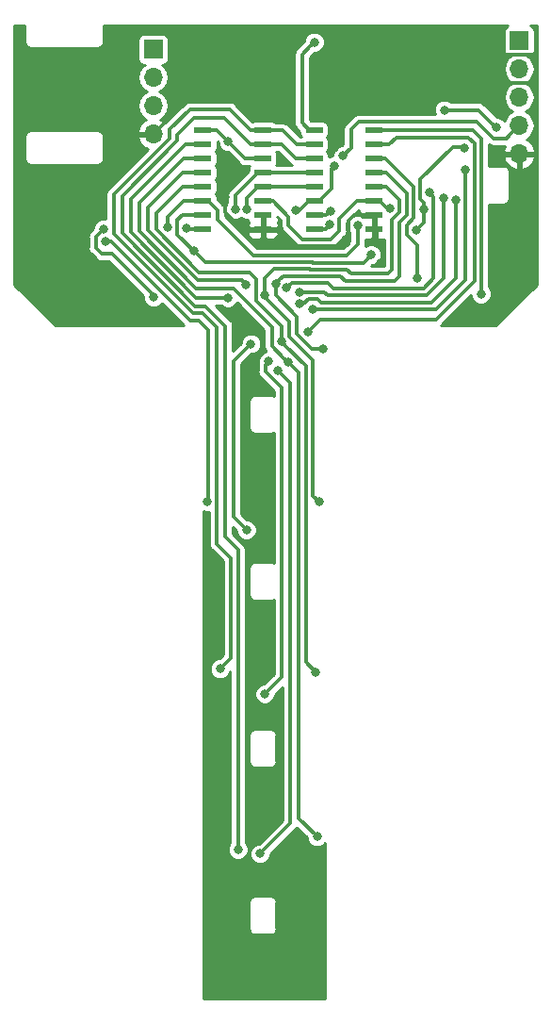
<source format=gbl>
G04 #@! TF.GenerationSoftware,KiCad,Pcbnew,(5.0.2)-1*
G04 #@! TF.CreationDate,2020-07-12T04:03:39+02:00*
G04 #@! TF.ProjectId,TempSpike,54656d70-5370-4696-9b65-2e6b69636164,rev?*
G04 #@! TF.SameCoordinates,Original*
G04 #@! TF.FileFunction,Copper,L2,Bot*
G04 #@! TF.FilePolarity,Positive*
%FSLAX46Y46*%
G04 Gerber Fmt 4.6, Leading zero omitted, Abs format (unit mm)*
G04 Created by KiCad (PCBNEW (5.0.2)-1) date 2020/07/12 04:03:39*
%MOMM*%
%LPD*%
G01*
G04 APERTURE LIST*
G04 #@! TA.AperFunction,ComponentPad*
%ADD10R,1.700000X1.700000*%
G04 #@! TD*
G04 #@! TA.AperFunction,ComponentPad*
%ADD11O,1.700000X1.700000*%
G04 #@! TD*
G04 #@! TA.AperFunction,SMDPad,CuDef*
%ADD12R,1.500000X0.600000*%
G04 #@! TD*
G04 #@! TA.AperFunction,ViaPad*
%ADD13C,0.800000*%
G04 #@! TD*
G04 #@! TA.AperFunction,Conductor*
%ADD14C,0.300000*%
G04 #@! TD*
G04 #@! TA.AperFunction,Conductor*
%ADD15C,0.350000*%
G04 #@! TD*
G04 #@! TA.AperFunction,Conductor*
%ADD16C,0.254000*%
G04 #@! TD*
G04 APERTURE END LIST*
D10*
G04 #@! TO.P,J1,1*
G04 #@! TO.N,+5V*
X143002000Y-40656000D03*
D11*
G04 #@! TO.P,J1,2*
G04 #@! TO.N,Net-(J1-Pad2)*
X143002000Y-43196000D03*
G04 #@! TO.P,J1,3*
G04 #@! TO.N,Net-(J1-Pad3)*
X143002000Y-45736000D03*
G04 #@! TO.P,J1,4*
G04 #@! TO.N,GND*
X143002000Y-48276000D03*
G04 #@! TD*
D10*
G04 #@! TO.P,J2,1*
G04 #@! TO.N,+5V*
X175895000Y-39894000D03*
D11*
G04 #@! TO.P,J2,2*
G04 #@! TO.N,/SWCLK*
X175895000Y-42434000D03*
G04 #@! TO.P,J2,3*
G04 #@! TO.N,/Moisture_High_Gain*
X175895000Y-44974000D03*
G04 #@! TO.P,J2,4*
G04 #@! TO.N,/NRST*
X175895000Y-47514000D03*
G04 #@! TO.P,J2,5*
G04 #@! TO.N,GND*
X175895000Y-50054000D03*
G04 #@! TD*
D12*
G04 #@! TO.P,U8,1*
G04 #@! TO.N,Net-(J3-Pad1)*
X152870000Y-47935000D03*
G04 #@! TO.P,U8,2*
G04 #@! TO.N,Net-(J4-Pad1)*
X152870000Y-49205000D03*
G04 #@! TO.P,U8,3*
G04 #@! TO.N,+5V*
X152870000Y-50475000D03*
G04 #@! TO.P,U8,4*
G04 #@! TO.N,Net-(J10-Pad1)*
X152870000Y-51745000D03*
G04 #@! TO.P,U8,5*
G04 #@! TO.N,Net-(J6-Pad1)*
X152870000Y-53015000D03*
G04 #@! TO.P,U8,6*
G04 #@! TO.N,/INH*
X152870000Y-54285000D03*
G04 #@! TO.P,U8,7*
G04 #@! TO.N,GND*
X152870000Y-55555000D03*
G04 #@! TO.P,U8,8*
X152870000Y-56825000D03*
G04 #@! TO.P,U8,9*
G04 #@! TO.N,/C_High*
X147470000Y-56825000D03*
G04 #@! TO.P,U8,10*
G04 #@! TO.N,/B_High*
X147470000Y-55555000D03*
G04 #@! TO.P,U8,11*
G04 #@! TO.N,/A_High*
X147470000Y-54285000D03*
G04 #@! TO.P,U8,12*
G04 #@! TO.N,Net-(J8-Pad1)*
X147470000Y-53015000D03*
G04 #@! TO.P,U8,13*
G04 #@! TO.N,Net-(J9-Pad1)*
X147470000Y-51745000D03*
G04 #@! TO.P,U8,14*
G04 #@! TO.N,Net-(J7-Pad1)*
X147470000Y-50475000D03*
G04 #@! TO.P,U8,15*
G04 #@! TO.N,Net-(J5-Pad1)*
X147470000Y-49205000D03*
G04 #@! TO.P,U8,16*
G04 #@! TO.N,+5V*
X147470000Y-47935000D03*
G04 #@! TD*
G04 #@! TO.P,U9,1*
G04 #@! TO.N,Net-(J8-Pad1)*
X162870000Y-47935000D03*
G04 #@! TO.P,U9,2*
G04 #@! TO.N,Net-(J7-Pad1)*
X162870000Y-49205000D03*
G04 #@! TO.P,U9,3*
G04 #@! TO.N,/Moisture_Sense*
X162870000Y-50475000D03*
G04 #@! TO.P,U9,4*
G04 #@! TO.N,Net-(J9-Pad1)*
X162870000Y-51745000D03*
G04 #@! TO.P,U9,5*
G04 #@! TO.N,Net-(J5-Pad1)*
X162870000Y-53015000D03*
G04 #@! TO.P,U9,6*
G04 #@! TO.N,/INH*
X162870000Y-54285000D03*
G04 #@! TO.P,U9,7*
G04 #@! TO.N,GND*
X162870000Y-55555000D03*
G04 #@! TO.P,U9,8*
X162870000Y-56825000D03*
G04 #@! TO.P,U9,9*
G04 #@! TO.N,/C_Low*
X157470000Y-56825000D03*
G04 #@! TO.P,U9,10*
G04 #@! TO.N,/B_Low*
X157470000Y-55555000D03*
G04 #@! TO.P,U9,11*
G04 #@! TO.N,/A_Low*
X157470000Y-54285000D03*
G04 #@! TO.P,U9,12*
G04 #@! TO.N,Net-(J6-Pad1)*
X157470000Y-53015000D03*
G04 #@! TO.P,U9,13*
G04 #@! TO.N,Net-(J10-Pad1)*
X157470000Y-51745000D03*
G04 #@! TO.P,U9,14*
G04 #@! TO.N,Net-(J4-Pad1)*
X157470000Y-50475000D03*
G04 #@! TO.P,U9,15*
G04 #@! TO.N,Net-(J3-Pad1)*
X157470000Y-49205000D03*
G04 #@! TO.P,U9,16*
G04 #@! TO.N,+5V*
X157470000Y-47935000D03*
G04 #@! TD*
D13*
G04 #@! TO.N,GND*
X154559000Y-50816000D03*
X165862000Y-44593000D03*
X164846000Y-44593000D03*
X165862000Y-43577000D03*
X164846000Y-43577000D03*
X159278648Y-49519865D03*
X159258000Y-44593000D03*
X158242000Y-44593000D03*
X159258000Y-43577000D03*
X158242000Y-43577000D03*
X148463000Y-44593000D03*
X147320000Y-44593000D03*
X148463000Y-43450000D03*
X147320000Y-43450000D03*
X163449000Y-59833000D03*
X149428200Y-53924200D03*
X171196000Y-63627000D03*
X176022000Y-57023000D03*
X152019000Y-69215000D03*
X151511000Y-76200000D03*
X152781000Y-76200000D03*
X151765000Y-92583000D03*
X152908000Y-92583000D03*
X152019000Y-106299000D03*
X153162000Y-106299000D03*
X151765000Y-120523000D03*
X153035000Y-120523000D03*
X153035000Y-84709000D03*
X153924000Y-99441000D03*
X153924000Y-113665000D03*
X149504400Y-64211200D03*
G04 #@! TO.N,+3V3*
X169164000Y-46117000D03*
X173840102Y-47693378D03*
X166623500Y-56900649D03*
X167340010Y-55007000D03*
X170942000Y-49546000D03*
G04 #@! TO.N,+5V*
X149760000Y-48980000D03*
X157480000Y-40021008D03*
G04 #@! TO.N,/NRST*
X160070000Y-50210000D03*
G04 #@! TO.N,Net-(J3-Pad1)*
X149000000Y-96300096D03*
G04 #@! TO.N,Net-(J4-Pad1)*
X150622000Y-112522000D03*
G04 #@! TO.N,Net-(J5-Pad1)*
X153048529Y-62751529D03*
X149707600Y-62992000D03*
X157900000Y-81300000D03*
G04 #@! TO.N,Net-(J6-Pad1)*
X138684000Y-57928000D03*
X151434303Y-55052806D03*
X147892000Y-81300000D03*
G04 #@! TO.N,Net-(J7-Pad1)*
X157734000Y-111379000D03*
X156921200Y-66040000D03*
X155140551Y-68783200D03*
G04 #@! TO.N,Net-(J8-Pad1)*
X172466000Y-62627000D03*
X154523243Y-66909342D03*
X157600000Y-96600000D03*
G04 #@! TO.N,Net-(J9-Pad1)*
X151350719Y-61785990D03*
X154001005Y-61701540D03*
X158275000Y-67600000D03*
G04 #@! TO.N,Net-(J10-Pad1)*
X138557000Y-56785000D03*
X143053636Y-62940364D03*
X150368000Y-55016400D03*
G04 #@! TO.N,/Moisture_Sense*
X166750982Y-61230000D03*
G04 #@! TO.N,/INH*
X164291641Y-54953156D03*
G04 #@! TO.N,/C_High*
X145985021Y-56737104D03*
G04 #@! TO.N,/C_Low*
X158890000Y-56428544D03*
G04 #@! TO.N,/B_High*
X146630000Y-58760000D03*
X162610002Y-59130000D03*
G04 #@! TO.N,/B_Low*
X158920000Y-55177542D03*
G04 #@! TO.N,/A_High*
X161370000Y-56490000D03*
X144335010Y-56688629D03*
G04 #@! TO.N,/A_Low*
X159284977Y-51105361D03*
X155793325Y-55159529D03*
G04 #@! TO.N,/Temp_4*
X167808521Y-53546500D03*
X154974138Y-62095920D03*
G04 #@! TO.N,/Temp_3*
X169100548Y-54054516D03*
X151384000Y-83820000D03*
X151790400Y-67106800D03*
X156194345Y-62454999D03*
G04 #@! TO.N,/Temp_2*
X170180000Y-54181500D03*
X153035000Y-98552000D03*
X156181710Y-63504934D03*
X153375991Y-68703964D03*
G04 #@! TO.N,/Temp_1*
X171040979Y-51451000D03*
X152586518Y-112905203D03*
X157327600Y-63994064D03*
X154201001Y-69526487D03*
G04 #@! TD*
D14*
G04 #@! TO.N,GND*
X174605001Y-41183999D02*
X177057999Y-41183999D01*
X174498000Y-41291000D02*
X174605001Y-41183999D01*
X177165000Y-43704000D02*
X174371000Y-43704000D01*
D15*
X165862000Y-44593000D02*
X164846000Y-44593000D01*
X165862000Y-43577000D02*
X164846000Y-43577000D01*
X152870000Y-55555000D02*
X152870000Y-56825000D01*
X161770000Y-55555000D02*
X162870000Y-55555000D01*
X161083998Y-55555000D02*
X161770000Y-55555000D01*
X160544999Y-56093999D02*
X161083998Y-55555000D01*
X160544999Y-58166459D02*
X160544999Y-56093999D01*
X160341448Y-58370010D02*
X160544999Y-58166459D01*
X155515010Y-58370010D02*
X160341448Y-58370010D01*
X153970000Y-56825000D02*
X155515010Y-58370010D01*
X152870000Y-56825000D02*
X153970000Y-56825000D01*
X162870000Y-55555000D02*
X162870000Y-56825000D01*
X159278648Y-48954180D02*
X159280000Y-48952828D01*
X159278648Y-49519865D02*
X159278648Y-48954180D01*
X159280000Y-48952828D02*
X159280000Y-46520000D01*
X163131500Y-58291500D02*
X163320000Y-58480000D01*
X162870000Y-56825000D02*
X163131500Y-56825000D01*
X163131500Y-56825000D02*
X163131500Y-58291500D01*
X146685000Y-44593000D02*
X147320000Y-44593000D01*
X143002000Y-48276000D02*
X146685000Y-44593000D01*
X149428200Y-55297602D02*
X150469600Y-56339002D01*
X149428200Y-53924200D02*
X149428200Y-55297602D01*
X151770000Y-56825000D02*
X152870000Y-56825000D01*
X151284002Y-56339002D02*
X151770000Y-56825000D01*
X150469600Y-56339002D02*
X151284002Y-56339002D01*
G04 #@! TO.N,+3V3*
X172263724Y-46117000D02*
X173440103Y-47293379D01*
X169164000Y-46117000D02*
X172263724Y-46117000D01*
X173440103Y-47293379D02*
X173840102Y-47693378D01*
D14*
X167340010Y-55572685D02*
X167340010Y-55007000D01*
X166623500Y-56900649D02*
X167340010Y-56184139D01*
X167340010Y-56184139D02*
X167340010Y-55572685D01*
X167008511Y-54109816D02*
X167340010Y-54441315D01*
X167008511Y-52336489D02*
X167008511Y-54109816D01*
X167340010Y-54441315D02*
X167340010Y-55007000D01*
X169926000Y-49419000D02*
X167008511Y-52336489D01*
X169926000Y-49419000D02*
X170688000Y-49419000D01*
X170688000Y-49419000D02*
X170815000Y-49546000D01*
X170815000Y-49546000D02*
X170942000Y-49546000D01*
D15*
G04 #@! TO.N,+5V*
X151255000Y-50475000D02*
X150159999Y-49379999D01*
X150159999Y-49379999D02*
X149760000Y-48980000D01*
X149360001Y-48580001D02*
X149760000Y-48980000D01*
X152870000Y-50475000D02*
X151255000Y-50475000D01*
X148715000Y-47935000D02*
X149360001Y-48580001D01*
X147470000Y-47935000D02*
X148715000Y-47935000D01*
X156370000Y-47285000D02*
X156370000Y-41131008D01*
X156370000Y-41131008D02*
X157080001Y-40421007D01*
X157080001Y-40421007D02*
X157480000Y-40021008D01*
X157470000Y-47935000D02*
X157020000Y-47935000D01*
X157020000Y-47935000D02*
X156370000Y-47285000D01*
G04 #@! TO.N,/NRST*
X175045001Y-48363999D02*
X175895000Y-47514000D01*
X174752000Y-48657000D02*
X175045001Y-48363999D01*
X160782000Y-49498000D02*
X160782000Y-47879000D01*
X160070000Y-50210000D02*
X160782000Y-49498000D01*
X160782000Y-47879000D02*
X161493011Y-47167989D01*
X161493011Y-47167989D02*
X172093683Y-47167989D01*
X172093683Y-47167989D02*
X173582694Y-48657000D01*
X173582694Y-48657000D02*
X174752000Y-48657000D01*
D14*
G04 #@! TO.N,Net-(J3-Pad1)*
X153920000Y-47935000D02*
X152870000Y-47935000D01*
X154655000Y-47935000D02*
X153920000Y-47935000D01*
X157470000Y-49205000D02*
X155925000Y-49205000D01*
X155925000Y-49205000D02*
X154655000Y-47935000D01*
D15*
X147447000Y-64389000D02*
X148717000Y-65659000D01*
X148717000Y-65659000D02*
X148717000Y-85090000D01*
X149987000Y-86360000D02*
X149987000Y-95313096D01*
X149399999Y-95900097D02*
X149000000Y-96300096D01*
X149987000Y-95313096D02*
X149399999Y-95900097D01*
X151770000Y-47935000D02*
X149885000Y-46050000D01*
X148717000Y-85090000D02*
X149987000Y-86360000D01*
X146558000Y-64389000D02*
X147447000Y-64389000D01*
X139446000Y-57277000D02*
X146558000Y-64389000D01*
X139446000Y-53719002D02*
X139446000Y-57277000D01*
X144480000Y-47870000D02*
X144480000Y-48685002D01*
X146300000Y-46050000D02*
X144480000Y-47870000D01*
X149885000Y-46050000D02*
X146300000Y-46050000D01*
X144480000Y-48685002D02*
X139446000Y-53719002D01*
X152870000Y-47935000D02*
X151770000Y-47935000D01*
D14*
G04 #@! TO.N,Net-(J4-Pad1)*
X154515000Y-49205000D02*
X152870000Y-49205000D01*
X157470000Y-50475000D02*
X155785000Y-50475000D01*
X155785000Y-50475000D02*
X154515000Y-49205000D01*
D15*
X149479000Y-84455000D02*
X150622000Y-85598000D01*
X149479000Y-65506600D02*
X149479000Y-84455000D01*
X146771542Y-63754000D02*
X147726400Y-63754000D01*
X140208000Y-57190458D02*
X146771542Y-63754000D01*
X140208000Y-53832000D02*
X140208000Y-57190458D01*
X150622000Y-85598000D02*
X150622000Y-112522000D01*
X151770000Y-49205000D02*
X149385000Y-46820000D01*
X147726400Y-63754000D02*
X149479000Y-65506600D01*
X152870000Y-49205000D02*
X151770000Y-49205000D01*
X149385000Y-46820000D02*
X146670000Y-46820000D01*
X146670000Y-46820000D02*
X145170000Y-48320000D01*
X145170000Y-48320000D02*
X145170000Y-48870000D01*
X145170000Y-48870000D02*
X140208000Y-53832000D01*
G04 #@! TO.N,Net-(J5-Pad1)*
X140970000Y-54102000D02*
X140970000Y-57103916D01*
X147470000Y-49205000D02*
X145867000Y-49205000D01*
X145867000Y-49205000D02*
X140970000Y-54102000D01*
X146858084Y-62992000D02*
X149141915Y-62992000D01*
X140970000Y-57103916D02*
X146858084Y-62992000D01*
X149141915Y-62992000D02*
X149707600Y-62992000D01*
X162870000Y-53015000D02*
X163970000Y-53015000D01*
X163970000Y-53015000D02*
X165163500Y-54208500D01*
X165163500Y-54208500D02*
X165163500Y-55308500D01*
X165163500Y-55308500D02*
X164465000Y-56007000D01*
X164465000Y-56007000D02*
X164465000Y-60452000D01*
X164465000Y-60452000D02*
X164084000Y-60833000D01*
X160782000Y-60833000D02*
X160378967Y-60429967D01*
X153048529Y-61200471D02*
X153048529Y-62185844D01*
X164084000Y-60833000D02*
X160782000Y-60833000D01*
X157115330Y-60429967D02*
X157087410Y-60402047D01*
X160378967Y-60429967D02*
X157115330Y-60429967D01*
X153846953Y-60402047D02*
X153048529Y-61200471D01*
X157087410Y-60402047D02*
X153846953Y-60402047D01*
X153048529Y-62185844D02*
X153048529Y-62751529D01*
X153048529Y-62929329D02*
X153048529Y-62751529D01*
X155244800Y-65125600D02*
X153048529Y-62929329D01*
X155244800Y-66509344D02*
X155244800Y-65125600D01*
X157353000Y-68617544D02*
X155244800Y-66509344D01*
X157900000Y-81300000D02*
X157353000Y-80753000D01*
X157353000Y-80753000D02*
X157353000Y-68617544D01*
D14*
G04 #@! TO.N,Net-(J6-Pad1)*
X153920000Y-53015000D02*
X157470000Y-53015000D01*
X152870000Y-53015000D02*
X153920000Y-53015000D01*
D15*
X151434303Y-54487121D02*
X151434303Y-55052806D01*
X152420000Y-53015000D02*
X151434303Y-54000697D01*
X151434303Y-54000697D02*
X151434303Y-54487121D01*
X152870000Y-53015000D02*
X152420000Y-53015000D01*
X147955000Y-65913000D02*
X147955000Y-81255000D01*
X147066000Y-65024000D02*
X147955000Y-65913000D01*
X146304000Y-65024000D02*
X147066000Y-65024000D01*
X138684000Y-57928000D02*
X139208000Y-57928000D01*
X139208000Y-57928000D02*
X146304000Y-65024000D01*
X147937000Y-81255000D02*
X147892000Y-81300000D01*
X147955000Y-81255000D02*
X147937000Y-81255000D01*
X147892000Y-81300000D02*
X148000000Y-81300000D01*
G04 #@! TO.N,Net-(J7-Pad1)*
X157321199Y-65640001D02*
X156921200Y-66040000D01*
X164234500Y-49205000D02*
X164846000Y-48593500D01*
X162870000Y-49205000D02*
X164234500Y-49205000D01*
X171865989Y-61449011D02*
X168402000Y-64913000D01*
X164846000Y-48593500D02*
X171323000Y-48593500D01*
X171323000Y-48593500D02*
X171865989Y-49136489D01*
X171865989Y-49136489D02*
X171865989Y-61449011D01*
X168402000Y-64913000D02*
X158048200Y-64913000D01*
X158048200Y-64913000D02*
X157321199Y-65640001D01*
X147470000Y-50475000D02*
X145740000Y-50475000D01*
X157734000Y-111379000D02*
X156083000Y-109728000D01*
X145740000Y-50475000D02*
X141732000Y-54483000D01*
X154740552Y-68383201D02*
X155140551Y-68783200D01*
X153657794Y-67300443D02*
X154740552Y-68383201D01*
X156083000Y-69725649D02*
X155540550Y-69183199D01*
X141732000Y-54483000D02*
X141732000Y-57017374D01*
X146843026Y-62128400D02*
X150203875Y-62128400D01*
X153657794Y-65582319D02*
X153657794Y-67300443D01*
X155540550Y-69183199D02*
X155140551Y-68783200D01*
X150203875Y-62128400D02*
X153657794Y-65582319D01*
X141732000Y-57017374D02*
X146843026Y-62128400D01*
X156083000Y-109728000D02*
X156083000Y-69725649D01*
G04 #@! TO.N,Net-(J8-Pad1)*
X172466000Y-48657000D02*
X172466000Y-62627000D01*
X171744000Y-47935000D02*
X172466000Y-48657000D01*
X162870000Y-47935000D02*
X171744000Y-47935000D01*
X154523243Y-65521643D02*
X154523243Y-66343657D01*
X147117710Y-60706000D02*
X151638000Y-60706000D01*
X143256000Y-55372000D02*
X143256000Y-56844290D01*
X152223527Y-61291527D02*
X152223527Y-63221927D01*
X143256000Y-56844290D02*
X147117710Y-60706000D01*
X152223527Y-63221927D02*
X154523243Y-65521643D01*
X151638000Y-60706000D02*
X152223527Y-61291527D01*
X154523243Y-66343657D02*
X154523243Y-66909342D01*
X145613000Y-53015000D02*
X143256000Y-55372000D01*
X147470000Y-53015000D02*
X145613000Y-53015000D01*
X154923242Y-67309341D02*
X154523243Y-66909342D01*
X156718000Y-69104099D02*
X154923242Y-67309341D01*
X157600000Y-96600000D02*
X156718000Y-95718000D01*
X156718000Y-95718000D02*
X156718000Y-69104099D01*
G04 #@! TO.N,Net-(J9-Pad1)*
X150950720Y-61385991D02*
X151350719Y-61785990D01*
X145613000Y-51745000D02*
X142494000Y-54864000D01*
X142494000Y-54864000D02*
X142494000Y-56930832D01*
X142494000Y-56930832D02*
X146980368Y-61417200D01*
X146980368Y-61417200D02*
X150919511Y-61417200D01*
X147470000Y-51745000D02*
X145613000Y-51745000D01*
X150919511Y-61417200D02*
X150950720Y-61385991D01*
X154401004Y-61301541D02*
X154001005Y-61701540D01*
X154672567Y-61029978D02*
X154401004Y-61301541D01*
X159835978Y-61029978D02*
X154672567Y-61029978D01*
X160274000Y-61468000D02*
X159835978Y-61029978D01*
X164719000Y-61468000D02*
X160274000Y-61468000D01*
X165833489Y-55527511D02*
X165100000Y-56261000D01*
X162870000Y-51745000D02*
X163970000Y-51745000D01*
X163970000Y-51745000D02*
X165833489Y-53608489D01*
X165833489Y-53608489D02*
X165833489Y-55527511D01*
X165100000Y-56261000D02*
X165100000Y-61087000D01*
X165100000Y-61087000D02*
X164719000Y-61468000D01*
X154001005Y-62267225D02*
X154001005Y-61701540D01*
X154001005Y-62766009D02*
X154001005Y-62267225D01*
X155905200Y-64670204D02*
X154001005Y-62766009D01*
X155905200Y-66243200D02*
X155905200Y-64670204D01*
X157262000Y-67600000D02*
X155905200Y-66243200D01*
X158300000Y-67600000D02*
X158275000Y-67600000D01*
X158275000Y-67600000D02*
X157262000Y-67600000D01*
D14*
G04 #@! TO.N,Net-(J10-Pad1)*
X156420000Y-51745000D02*
X152870000Y-51745000D01*
X157470000Y-51745000D02*
X156420000Y-51745000D01*
D15*
X143129000Y-62865000D02*
X143053636Y-62940364D01*
X150368000Y-53797000D02*
X150368000Y-54450715D01*
X152420000Y-51745000D02*
X150368000Y-53797000D01*
X150368000Y-54450715D02*
X150368000Y-55016400D01*
X152870000Y-51745000D02*
X152420000Y-51745000D01*
X137858999Y-57483001D02*
X137858999Y-58483999D01*
X138557000Y-56785000D02*
X137858999Y-57483001D01*
X137858999Y-58483999D02*
X138375000Y-59000000D01*
X138375000Y-59000000D02*
X139264000Y-59000000D01*
X139264000Y-59000000D02*
X143002000Y-62738000D01*
X143002000Y-62738000D02*
X143053636Y-62940364D01*
G04 #@! TO.N,/Moisture_Sense*
X166751000Y-61229982D02*
X166750982Y-61230000D01*
X166751000Y-58293000D02*
X166751000Y-61229982D01*
X163886000Y-50475000D02*
X166433500Y-53022500D01*
X162870000Y-50475000D02*
X163886000Y-50475000D01*
X166433500Y-53022500D02*
X166433500Y-55816500D01*
X166433500Y-55816500D02*
X165798500Y-56451500D01*
X165798500Y-56451500D02*
X165798500Y-57340500D01*
X165798500Y-57340500D02*
X166751000Y-58293000D01*
G04 #@! TO.N,/INH*
X153755000Y-54285000D02*
X152870000Y-54285000D01*
X155170000Y-55700000D02*
X153755000Y-54285000D01*
X155170000Y-56490000D02*
X155170000Y-55700000D01*
X161345000Y-54285000D02*
X159715001Y-55914999D01*
X159715001Y-55914999D02*
X159715001Y-56989999D01*
X159715001Y-56989999D02*
X158935000Y-57770000D01*
X158935000Y-57770000D02*
X156450000Y-57770000D01*
X162870000Y-54285000D02*
X161345000Y-54285000D01*
X156450000Y-57770000D02*
X155170000Y-56490000D01*
X163988156Y-54953156D02*
X164291641Y-54953156D01*
X162870000Y-54285000D02*
X163320000Y-54285000D01*
X163320000Y-54285000D02*
X163988156Y-54953156D01*
G04 #@! TO.N,/C_High*
X146072917Y-56825000D02*
X145985021Y-56737104D01*
X147470000Y-56825000D02*
X146072917Y-56825000D01*
G04 #@! TO.N,/C_Low*
X158493544Y-56825000D02*
X158890000Y-56428544D01*
X157470000Y-56825000D02*
X158493544Y-56825000D01*
G04 #@! TO.N,/B_High*
X146370000Y-55555000D02*
X147470000Y-55555000D01*
X145613000Y-55555000D02*
X146370000Y-55555000D01*
X145160011Y-56007989D02*
X145613000Y-55555000D01*
X146630000Y-58760000D02*
X145160011Y-57290011D01*
X145160011Y-57290011D02*
X145160011Y-56007989D01*
X146630000Y-58760000D02*
X147672036Y-59802036D01*
X161910046Y-59829956D02*
X162210003Y-59529999D01*
X157363862Y-59829956D02*
X161910046Y-59829956D01*
X157335942Y-59802036D02*
X157363862Y-59829956D01*
X147672036Y-59802036D02*
X157335942Y-59802036D01*
X162210003Y-59529999D02*
X162610002Y-59130000D01*
G04 #@! TO.N,/B_Low*
X158542542Y-55555000D02*
X158920000Y-55177542D01*
X157470000Y-55555000D02*
X158542542Y-55555000D01*
G04 #@! TO.N,/A_High*
X144335010Y-55689990D02*
X144335010Y-56688629D01*
X147470000Y-54285000D02*
X145740000Y-54285000D01*
X145740000Y-54285000D02*
X144335010Y-55689990D01*
X148767800Y-55132800D02*
X148767800Y-55930800D01*
X161370000Y-58190000D02*
X161370000Y-57055685D01*
X148767800Y-55930800D02*
X152039025Y-59202025D01*
X161370000Y-57055685D02*
X161370000Y-56490000D01*
X152039025Y-59202025D02*
X160357975Y-59202025D01*
X147470000Y-54285000D02*
X147920000Y-54285000D01*
X147920000Y-54285000D02*
X148767800Y-55132800D01*
X160357975Y-59202025D02*
X161370000Y-58190000D01*
G04 #@! TO.N,/A_Low*
X157920000Y-54285000D02*
X157470000Y-54285000D01*
X159010000Y-53195000D02*
X157920000Y-54285000D01*
X159284977Y-51105361D02*
X159010000Y-51380338D01*
X159010000Y-51380338D02*
X159010000Y-53195000D01*
X156145471Y-55159529D02*
X155793325Y-55159529D01*
X157020000Y-54285000D02*
X156145471Y-55159529D01*
X157470000Y-54285000D02*
X157020000Y-54285000D01*
G04 #@! TO.N,/Temp_4*
X155374137Y-61695921D02*
X154974138Y-62095920D01*
X159197800Y-62119000D02*
X158708789Y-61629989D01*
X168208520Y-53946499D02*
X168208520Y-61252482D01*
X155440069Y-61629989D02*
X155374137Y-61695921D01*
X167808521Y-53546500D02*
X168208520Y-53946499D01*
X168208520Y-61252482D02*
X167342002Y-62119000D01*
X167342002Y-62119000D02*
X159197800Y-62119000D01*
X158708789Y-61629989D02*
X155440069Y-61629989D01*
G04 #@! TO.N,/Temp_3*
X150241000Y-82677000D02*
X150241000Y-68656200D01*
X151384000Y-83820000D02*
X150241000Y-82677000D01*
X150241000Y-68656200D02*
X151390401Y-67506799D01*
X151390401Y-67506799D02*
X151790400Y-67106800D01*
X169100548Y-61208996D02*
X167555544Y-62754000D01*
X158664400Y-62754000D02*
X158365399Y-62454999D01*
X158365399Y-62454999D02*
X156760030Y-62454999D01*
X169100548Y-54054516D02*
X169100548Y-61208996D01*
X156760030Y-62454999D02*
X156194345Y-62454999D01*
X167555544Y-62754000D02*
X158664400Y-62754000D01*
G04 #@! TO.N,/Temp_2*
X170180000Y-54181500D02*
X170180000Y-61230000D01*
X158080200Y-63389000D02*
X157746210Y-63055010D01*
X156959790Y-63055010D02*
X156509866Y-63504934D01*
X170180000Y-61230000D02*
X168021000Y-63389000D01*
X157746210Y-63055010D02*
X156959790Y-63055010D01*
X156509866Y-63504934D02*
X156181710Y-63504934D01*
X168021000Y-63389000D02*
X158080200Y-63389000D01*
X153100000Y-68979955D02*
X153375991Y-68703964D01*
X153100000Y-69619309D02*
X153100000Y-68979955D01*
X154559000Y-71078309D02*
X153100000Y-69619309D01*
X153035000Y-98552000D02*
X154559000Y-97028000D01*
X154559000Y-97028000D02*
X154559000Y-71078309D01*
G04 #@! TO.N,/Temp_1*
X171040979Y-51451000D02*
X171040979Y-61385021D01*
X171040979Y-61385021D02*
X168431936Y-63994064D01*
X157893285Y-63994064D02*
X157327600Y-63994064D01*
X168431936Y-63994064D02*
X157893285Y-63994064D01*
X154601000Y-69926486D02*
X154201001Y-69526487D01*
X155321000Y-110170721D02*
X155321000Y-70646486D01*
X152586518Y-112905203D02*
X155321000Y-110170721D01*
X155321000Y-70646486D02*
X154601000Y-69926486D01*
G04 #@! TD*
D16*
G04 #@! TO.N,GND*
G36*
X152955794Y-65873097D02*
X152955795Y-67231307D01*
X152942043Y-67300443D01*
X152996526Y-67574350D01*
X153112519Y-67747945D01*
X153144848Y-67796329D01*
X152850888Y-67918091D01*
X152590118Y-68178861D01*
X152448991Y-68519572D01*
X152448991Y-68690694D01*
X152438731Y-68706049D01*
X152398000Y-68910819D01*
X152398000Y-68910823D01*
X152384249Y-68979955D01*
X152398000Y-69049087D01*
X152398000Y-69550177D01*
X152384249Y-69619309D01*
X152398000Y-69688441D01*
X152398000Y-69688444D01*
X152438731Y-69893214D01*
X152438732Y-69893215D01*
X152438732Y-69893216D01*
X152509786Y-69999555D01*
X152593887Y-70125421D01*
X152652498Y-70164584D01*
X153857001Y-71369088D01*
X153857001Y-71802962D01*
X153754027Y-71734157D01*
X153597388Y-71703000D01*
X153544500Y-71692480D01*
X153491612Y-71703000D01*
X152197388Y-71703000D01*
X152144500Y-71692480D01*
X152091612Y-71703000D01*
X151934973Y-71734157D01*
X151757345Y-71852845D01*
X151638657Y-72030473D01*
X151596980Y-72240000D01*
X151607501Y-72292893D01*
X151607500Y-74587112D01*
X151596980Y-74640000D01*
X151638657Y-74849527D01*
X151757345Y-75027155D01*
X151934973Y-75145843D01*
X152144500Y-75187520D01*
X152197388Y-75177000D01*
X153491612Y-75177000D01*
X153544500Y-75187520D01*
X153597388Y-75177000D01*
X153754027Y-75145843D01*
X153857001Y-75077038D01*
X153857000Y-86799287D01*
X153759527Y-86734157D01*
X153602888Y-86703000D01*
X153550000Y-86692480D01*
X153497112Y-86703000D01*
X152202888Y-86703000D01*
X152150000Y-86692480D01*
X152097112Y-86703000D01*
X151940473Y-86734157D01*
X151762845Y-86852845D01*
X151644157Y-87030473D01*
X151602480Y-87240000D01*
X151613001Y-87292893D01*
X151613000Y-89587112D01*
X151602480Y-89640000D01*
X151644157Y-89849527D01*
X151762845Y-90027155D01*
X151940473Y-90145843D01*
X152150000Y-90187520D01*
X152202888Y-90177000D01*
X153497112Y-90177000D01*
X153550000Y-90187520D01*
X153602888Y-90177000D01*
X153759527Y-90145843D01*
X153857000Y-90080713D01*
X153857000Y-96737222D01*
X152969223Y-97625000D01*
X152850608Y-97625000D01*
X152509897Y-97766127D01*
X152249127Y-98026897D01*
X152108000Y-98367608D01*
X152108000Y-98736392D01*
X152249127Y-99077103D01*
X152509897Y-99337873D01*
X152850608Y-99479000D01*
X153219392Y-99479000D01*
X153560103Y-99337873D01*
X153820873Y-99077103D01*
X153962000Y-98736392D01*
X153962000Y-98617777D01*
X154619000Y-97960777D01*
X154619000Y-109879943D01*
X152520741Y-111978203D01*
X152402126Y-111978203D01*
X152061415Y-112119330D01*
X151800645Y-112380100D01*
X151659518Y-112720811D01*
X151659518Y-113089595D01*
X151800645Y-113430306D01*
X152061415Y-113691076D01*
X152402126Y-113832203D01*
X152770910Y-113832203D01*
X153111621Y-113691076D01*
X153372391Y-113430306D01*
X153513518Y-113089595D01*
X153513518Y-112970980D01*
X155768505Y-110715994D01*
X155827112Y-110676834D01*
X155866273Y-110618226D01*
X155866275Y-110618224D01*
X155912006Y-110549783D01*
X156807000Y-111444778D01*
X156807000Y-111563392D01*
X156948127Y-111904103D01*
X157208897Y-112164873D01*
X157549608Y-112306000D01*
X157918392Y-112306000D01*
X158259103Y-112164873D01*
X158463000Y-111960976D01*
X158463000Y-125873000D01*
X147537000Y-125873000D01*
X147537000Y-117240000D01*
X151592480Y-117240000D01*
X151603001Y-117292893D01*
X151603000Y-119587112D01*
X151592480Y-119640000D01*
X151634157Y-119849527D01*
X151752845Y-120027155D01*
X151930473Y-120145843D01*
X152140000Y-120187520D01*
X152192888Y-120177000D01*
X153487112Y-120177000D01*
X153540000Y-120187520D01*
X153592888Y-120177000D01*
X153749527Y-120145843D01*
X153927155Y-120027155D01*
X154045843Y-119849527D01*
X154087520Y-119640000D01*
X154077000Y-119587112D01*
X154077000Y-117292888D01*
X154087520Y-117240000D01*
X154045843Y-117030473D01*
X153927155Y-116852845D01*
X153749527Y-116734157D01*
X153592888Y-116703000D01*
X153540000Y-116692480D01*
X153487112Y-116703000D01*
X152192888Y-116703000D01*
X152140000Y-116692480D01*
X152087112Y-116703000D01*
X151930473Y-116734157D01*
X151752845Y-116852845D01*
X151634157Y-117030473D01*
X151592480Y-117240000D01*
X147537000Y-117240000D01*
X147537000Y-82156332D01*
X147707608Y-82227000D01*
X148015001Y-82227000D01*
X148015001Y-85020863D01*
X148001249Y-85090000D01*
X148055732Y-85363907D01*
X148165954Y-85528865D01*
X148210888Y-85596113D01*
X148269498Y-85635275D01*
X149285000Y-86650778D01*
X149285001Y-95022317D01*
X148952497Y-95354822D01*
X148934223Y-95373096D01*
X148815608Y-95373096D01*
X148474897Y-95514223D01*
X148214127Y-95774993D01*
X148073000Y-96115704D01*
X148073000Y-96484488D01*
X148214127Y-96825199D01*
X148474897Y-97085969D01*
X148815608Y-97227096D01*
X149184392Y-97227096D01*
X149525103Y-97085969D01*
X149785873Y-96825199D01*
X149920000Y-96501387D01*
X149920001Y-111913023D01*
X149836127Y-111996897D01*
X149695000Y-112337608D01*
X149695000Y-112706392D01*
X149836127Y-113047103D01*
X150096897Y-113307873D01*
X150437608Y-113449000D01*
X150806392Y-113449000D01*
X151147103Y-113307873D01*
X151407873Y-113047103D01*
X151549000Y-112706392D01*
X151549000Y-112337608D01*
X151407873Y-111996897D01*
X151324000Y-111913024D01*
X151324000Y-102240000D01*
X151592480Y-102240000D01*
X151603001Y-102292893D01*
X151603000Y-104587112D01*
X151592480Y-104640000D01*
X151634157Y-104849527D01*
X151752845Y-105027155D01*
X151930473Y-105145843D01*
X152140000Y-105187520D01*
X152192888Y-105177000D01*
X153487112Y-105177000D01*
X153540000Y-105187520D01*
X153592888Y-105177000D01*
X153749527Y-105145843D01*
X153927155Y-105027155D01*
X154045843Y-104849527D01*
X154087520Y-104640000D01*
X154077000Y-104587112D01*
X154077000Y-102292888D01*
X154087520Y-102240000D01*
X154045843Y-102030473D01*
X153927155Y-101852845D01*
X153749527Y-101734157D01*
X153592888Y-101703000D01*
X153540000Y-101692480D01*
X153487112Y-101703000D01*
X152192888Y-101703000D01*
X152140000Y-101692480D01*
X152087112Y-101703000D01*
X151930473Y-101734157D01*
X151752845Y-101852845D01*
X151634157Y-102030473D01*
X151592480Y-102240000D01*
X151324000Y-102240000D01*
X151324000Y-85667131D01*
X151337751Y-85597999D01*
X151324000Y-85528865D01*
X151324000Y-85528864D01*
X151283269Y-85324094D01*
X151283268Y-85324092D01*
X151167275Y-85150497D01*
X151167273Y-85150495D01*
X151128112Y-85091887D01*
X151069505Y-85052727D01*
X150181000Y-84164223D01*
X150181000Y-83609777D01*
X150457000Y-83885778D01*
X150457000Y-84004392D01*
X150598127Y-84345103D01*
X150858897Y-84605873D01*
X151199608Y-84747000D01*
X151568392Y-84747000D01*
X151909103Y-84605873D01*
X152169873Y-84345103D01*
X152311000Y-84004392D01*
X152311000Y-83635608D01*
X152169873Y-83294897D01*
X151909103Y-83034127D01*
X151568392Y-82893000D01*
X151449778Y-82893000D01*
X150943000Y-82386223D01*
X150943000Y-68946977D01*
X151856178Y-68033800D01*
X151974792Y-68033800D01*
X152315503Y-67892673D01*
X152576273Y-67631903D01*
X152717400Y-67291192D01*
X152717400Y-66922408D01*
X152576273Y-66581697D01*
X152315503Y-66320927D01*
X151974792Y-66179800D01*
X151606008Y-66179800D01*
X151265297Y-66320927D01*
X151004527Y-66581697D01*
X150863400Y-66922408D01*
X150863400Y-67041022D01*
X150181000Y-67723423D01*
X150181000Y-65575735D01*
X150194752Y-65506600D01*
X150174918Y-65406887D01*
X150140269Y-65232694D01*
X150086943Y-65152887D01*
X150024275Y-65059097D01*
X150024273Y-65059095D01*
X149985112Y-65000487D01*
X149926505Y-64961327D01*
X148659177Y-63694000D01*
X149098624Y-63694000D01*
X149182497Y-63777873D01*
X149523208Y-63919000D01*
X149891992Y-63919000D01*
X150232703Y-63777873D01*
X150493473Y-63517103D01*
X150524616Y-63441918D01*
X152955794Y-65873097D01*
X152955794Y-65873097D01*
G37*
X152955794Y-65873097D02*
X152955795Y-67231307D01*
X152942043Y-67300443D01*
X152996526Y-67574350D01*
X153112519Y-67747945D01*
X153144848Y-67796329D01*
X152850888Y-67918091D01*
X152590118Y-68178861D01*
X152448991Y-68519572D01*
X152448991Y-68690694D01*
X152438731Y-68706049D01*
X152398000Y-68910819D01*
X152398000Y-68910823D01*
X152384249Y-68979955D01*
X152398000Y-69049087D01*
X152398000Y-69550177D01*
X152384249Y-69619309D01*
X152398000Y-69688441D01*
X152398000Y-69688444D01*
X152438731Y-69893214D01*
X152438732Y-69893215D01*
X152438732Y-69893216D01*
X152509786Y-69999555D01*
X152593887Y-70125421D01*
X152652498Y-70164584D01*
X153857001Y-71369088D01*
X153857001Y-71802962D01*
X153754027Y-71734157D01*
X153597388Y-71703000D01*
X153544500Y-71692480D01*
X153491612Y-71703000D01*
X152197388Y-71703000D01*
X152144500Y-71692480D01*
X152091612Y-71703000D01*
X151934973Y-71734157D01*
X151757345Y-71852845D01*
X151638657Y-72030473D01*
X151596980Y-72240000D01*
X151607501Y-72292893D01*
X151607500Y-74587112D01*
X151596980Y-74640000D01*
X151638657Y-74849527D01*
X151757345Y-75027155D01*
X151934973Y-75145843D01*
X152144500Y-75187520D01*
X152197388Y-75177000D01*
X153491612Y-75177000D01*
X153544500Y-75187520D01*
X153597388Y-75177000D01*
X153754027Y-75145843D01*
X153857001Y-75077038D01*
X153857000Y-86799287D01*
X153759527Y-86734157D01*
X153602888Y-86703000D01*
X153550000Y-86692480D01*
X153497112Y-86703000D01*
X152202888Y-86703000D01*
X152150000Y-86692480D01*
X152097112Y-86703000D01*
X151940473Y-86734157D01*
X151762845Y-86852845D01*
X151644157Y-87030473D01*
X151602480Y-87240000D01*
X151613001Y-87292893D01*
X151613000Y-89587112D01*
X151602480Y-89640000D01*
X151644157Y-89849527D01*
X151762845Y-90027155D01*
X151940473Y-90145843D01*
X152150000Y-90187520D01*
X152202888Y-90177000D01*
X153497112Y-90177000D01*
X153550000Y-90187520D01*
X153602888Y-90177000D01*
X153759527Y-90145843D01*
X153857000Y-90080713D01*
X153857000Y-96737222D01*
X152969223Y-97625000D01*
X152850608Y-97625000D01*
X152509897Y-97766127D01*
X152249127Y-98026897D01*
X152108000Y-98367608D01*
X152108000Y-98736392D01*
X152249127Y-99077103D01*
X152509897Y-99337873D01*
X152850608Y-99479000D01*
X153219392Y-99479000D01*
X153560103Y-99337873D01*
X153820873Y-99077103D01*
X153962000Y-98736392D01*
X153962000Y-98617777D01*
X154619000Y-97960777D01*
X154619000Y-109879943D01*
X152520741Y-111978203D01*
X152402126Y-111978203D01*
X152061415Y-112119330D01*
X151800645Y-112380100D01*
X151659518Y-112720811D01*
X151659518Y-113089595D01*
X151800645Y-113430306D01*
X152061415Y-113691076D01*
X152402126Y-113832203D01*
X152770910Y-113832203D01*
X153111621Y-113691076D01*
X153372391Y-113430306D01*
X153513518Y-113089595D01*
X153513518Y-112970980D01*
X155768505Y-110715994D01*
X155827112Y-110676834D01*
X155866273Y-110618226D01*
X155866275Y-110618224D01*
X155912006Y-110549783D01*
X156807000Y-111444778D01*
X156807000Y-111563392D01*
X156948127Y-111904103D01*
X157208897Y-112164873D01*
X157549608Y-112306000D01*
X157918392Y-112306000D01*
X158259103Y-112164873D01*
X158463000Y-111960976D01*
X158463000Y-125873000D01*
X147537000Y-125873000D01*
X147537000Y-117240000D01*
X151592480Y-117240000D01*
X151603001Y-117292893D01*
X151603000Y-119587112D01*
X151592480Y-119640000D01*
X151634157Y-119849527D01*
X151752845Y-120027155D01*
X151930473Y-120145843D01*
X152140000Y-120187520D01*
X152192888Y-120177000D01*
X153487112Y-120177000D01*
X153540000Y-120187520D01*
X153592888Y-120177000D01*
X153749527Y-120145843D01*
X153927155Y-120027155D01*
X154045843Y-119849527D01*
X154087520Y-119640000D01*
X154077000Y-119587112D01*
X154077000Y-117292888D01*
X154087520Y-117240000D01*
X154045843Y-117030473D01*
X153927155Y-116852845D01*
X153749527Y-116734157D01*
X153592888Y-116703000D01*
X153540000Y-116692480D01*
X153487112Y-116703000D01*
X152192888Y-116703000D01*
X152140000Y-116692480D01*
X152087112Y-116703000D01*
X151930473Y-116734157D01*
X151752845Y-116852845D01*
X151634157Y-117030473D01*
X151592480Y-117240000D01*
X147537000Y-117240000D01*
X147537000Y-82156332D01*
X147707608Y-82227000D01*
X148015001Y-82227000D01*
X148015001Y-85020863D01*
X148001249Y-85090000D01*
X148055732Y-85363907D01*
X148165954Y-85528865D01*
X148210888Y-85596113D01*
X148269498Y-85635275D01*
X149285000Y-86650778D01*
X149285001Y-95022317D01*
X148952497Y-95354822D01*
X148934223Y-95373096D01*
X148815608Y-95373096D01*
X148474897Y-95514223D01*
X148214127Y-95774993D01*
X148073000Y-96115704D01*
X148073000Y-96484488D01*
X148214127Y-96825199D01*
X148474897Y-97085969D01*
X148815608Y-97227096D01*
X149184392Y-97227096D01*
X149525103Y-97085969D01*
X149785873Y-96825199D01*
X149920000Y-96501387D01*
X149920001Y-111913023D01*
X149836127Y-111996897D01*
X149695000Y-112337608D01*
X149695000Y-112706392D01*
X149836127Y-113047103D01*
X150096897Y-113307873D01*
X150437608Y-113449000D01*
X150806392Y-113449000D01*
X151147103Y-113307873D01*
X151407873Y-113047103D01*
X151549000Y-112706392D01*
X151549000Y-112337608D01*
X151407873Y-111996897D01*
X151324000Y-111913024D01*
X151324000Y-102240000D01*
X151592480Y-102240000D01*
X151603001Y-102292893D01*
X151603000Y-104587112D01*
X151592480Y-104640000D01*
X151634157Y-104849527D01*
X151752845Y-105027155D01*
X151930473Y-105145843D01*
X152140000Y-105187520D01*
X152192888Y-105177000D01*
X153487112Y-105177000D01*
X153540000Y-105187520D01*
X153592888Y-105177000D01*
X153749527Y-105145843D01*
X153927155Y-105027155D01*
X154045843Y-104849527D01*
X154087520Y-104640000D01*
X154077000Y-104587112D01*
X154077000Y-102292888D01*
X154087520Y-102240000D01*
X154045843Y-102030473D01*
X153927155Y-101852845D01*
X153749527Y-101734157D01*
X153592888Y-101703000D01*
X153540000Y-101692480D01*
X153487112Y-101703000D01*
X152192888Y-101703000D01*
X152140000Y-101692480D01*
X152087112Y-101703000D01*
X151930473Y-101734157D01*
X151752845Y-101852845D01*
X151634157Y-102030473D01*
X151592480Y-102240000D01*
X151324000Y-102240000D01*
X151324000Y-85667131D01*
X151337751Y-85597999D01*
X151324000Y-85528865D01*
X151324000Y-85528864D01*
X151283269Y-85324094D01*
X151283268Y-85324092D01*
X151167275Y-85150497D01*
X151167273Y-85150495D01*
X151128112Y-85091887D01*
X151069505Y-85052727D01*
X150181000Y-84164223D01*
X150181000Y-83609777D01*
X150457000Y-83885778D01*
X150457000Y-84004392D01*
X150598127Y-84345103D01*
X150858897Y-84605873D01*
X151199608Y-84747000D01*
X151568392Y-84747000D01*
X151909103Y-84605873D01*
X152169873Y-84345103D01*
X152311000Y-84004392D01*
X152311000Y-83635608D01*
X152169873Y-83294897D01*
X151909103Y-83034127D01*
X151568392Y-82893000D01*
X151449778Y-82893000D01*
X150943000Y-82386223D01*
X150943000Y-68946977D01*
X151856178Y-68033800D01*
X151974792Y-68033800D01*
X152315503Y-67892673D01*
X152576273Y-67631903D01*
X152717400Y-67291192D01*
X152717400Y-66922408D01*
X152576273Y-66581697D01*
X152315503Y-66320927D01*
X151974792Y-66179800D01*
X151606008Y-66179800D01*
X151265297Y-66320927D01*
X151004527Y-66581697D01*
X150863400Y-66922408D01*
X150863400Y-67041022D01*
X150181000Y-67723423D01*
X150181000Y-65575735D01*
X150194752Y-65506600D01*
X150174918Y-65406887D01*
X150140269Y-65232694D01*
X150086943Y-65152887D01*
X150024275Y-65059097D01*
X150024273Y-65059095D01*
X149985112Y-65000487D01*
X149926505Y-64961327D01*
X148659177Y-63694000D01*
X149098624Y-63694000D01*
X149182497Y-63777873D01*
X149523208Y-63919000D01*
X149891992Y-63919000D01*
X150232703Y-63777873D01*
X150493473Y-63517103D01*
X150524616Y-63441918D01*
X152955794Y-65873097D01*
G36*
X177463001Y-61777566D02*
X173777569Y-65463000D01*
X168842432Y-65463000D01*
X168908113Y-65419113D01*
X168947277Y-65360500D01*
X171539000Y-62768778D01*
X171539000Y-62811392D01*
X171680127Y-63152103D01*
X171940897Y-63412873D01*
X172281608Y-63554000D01*
X172650392Y-63554000D01*
X172991103Y-63412873D01*
X173251873Y-63152103D01*
X173393000Y-62811392D01*
X173393000Y-62442608D01*
X173251873Y-62101897D01*
X173168000Y-62018024D01*
X173168000Y-54585000D01*
X174424072Y-54585000D01*
X174476960Y-54595520D01*
X174529848Y-54585000D01*
X174556901Y-54579619D01*
X174686487Y-54553843D01*
X174864115Y-54435155D01*
X174982803Y-54257527D01*
X174984192Y-54250542D01*
X175024480Y-54048000D01*
X175013960Y-53995112D01*
X175013960Y-51700888D01*
X175024480Y-51648000D01*
X174982803Y-51438473D01*
X174864115Y-51260845D01*
X174686487Y-51142157D01*
X174529848Y-51111000D01*
X174476960Y-51100480D01*
X174424072Y-51111000D01*
X173168000Y-51111000D01*
X173168000Y-50410890D01*
X174453524Y-50410890D01*
X174623355Y-50820924D01*
X175013642Y-51249183D01*
X175538108Y-51495486D01*
X175768000Y-51374819D01*
X175768000Y-50181000D01*
X176022000Y-50181000D01*
X176022000Y-51374819D01*
X176251892Y-51495486D01*
X176776358Y-51249183D01*
X177166645Y-50820924D01*
X177336476Y-50410890D01*
X177215155Y-50181000D01*
X176022000Y-50181000D01*
X175768000Y-50181000D01*
X174574845Y-50181000D01*
X174453524Y-50410890D01*
X173168000Y-50410890D01*
X173168000Y-49224197D01*
X173308788Y-49318269D01*
X173513558Y-49359000D01*
X173513559Y-49359000D01*
X173582694Y-49372752D01*
X173651829Y-49359000D01*
X174593565Y-49359000D01*
X174453524Y-49697110D01*
X174574845Y-49927000D01*
X175768000Y-49927000D01*
X175768000Y-49907000D01*
X176022000Y-49907000D01*
X176022000Y-49927000D01*
X177215155Y-49927000D01*
X177336476Y-49697110D01*
X177166645Y-49287076D01*
X176776358Y-48858817D01*
X176532364Y-48744231D01*
X176887762Y-48506762D01*
X177192106Y-48051279D01*
X177298977Y-47514000D01*
X177192106Y-46976721D01*
X176887762Y-46521238D01*
X176472846Y-46244000D01*
X176887762Y-45966762D01*
X177192106Y-45511279D01*
X177298977Y-44974000D01*
X177192106Y-44436721D01*
X176887762Y-43981238D01*
X176472846Y-43704000D01*
X176887762Y-43426762D01*
X177192106Y-42971279D01*
X177298977Y-42434000D01*
X177192106Y-41896721D01*
X176887762Y-41441238D01*
X176648434Y-41281324D01*
X176745000Y-41281324D01*
X176950625Y-41240423D01*
X177124945Y-41123945D01*
X177241423Y-40949625D01*
X177282324Y-40744000D01*
X177282324Y-39044000D01*
X177241423Y-38838375D01*
X177124945Y-38664055D01*
X176950625Y-38547577D01*
X176897450Y-38537000D01*
X177463000Y-38537000D01*
X177463001Y-61777566D01*
X177463001Y-61777566D01*
G37*
X177463001Y-61777566D02*
X173777569Y-65463000D01*
X168842432Y-65463000D01*
X168908113Y-65419113D01*
X168947277Y-65360500D01*
X171539000Y-62768778D01*
X171539000Y-62811392D01*
X171680127Y-63152103D01*
X171940897Y-63412873D01*
X172281608Y-63554000D01*
X172650392Y-63554000D01*
X172991103Y-63412873D01*
X173251873Y-63152103D01*
X173393000Y-62811392D01*
X173393000Y-62442608D01*
X173251873Y-62101897D01*
X173168000Y-62018024D01*
X173168000Y-54585000D01*
X174424072Y-54585000D01*
X174476960Y-54595520D01*
X174529848Y-54585000D01*
X174556901Y-54579619D01*
X174686487Y-54553843D01*
X174864115Y-54435155D01*
X174982803Y-54257527D01*
X174984192Y-54250542D01*
X175024480Y-54048000D01*
X175013960Y-53995112D01*
X175013960Y-51700888D01*
X175024480Y-51648000D01*
X174982803Y-51438473D01*
X174864115Y-51260845D01*
X174686487Y-51142157D01*
X174529848Y-51111000D01*
X174476960Y-51100480D01*
X174424072Y-51111000D01*
X173168000Y-51111000D01*
X173168000Y-50410890D01*
X174453524Y-50410890D01*
X174623355Y-50820924D01*
X175013642Y-51249183D01*
X175538108Y-51495486D01*
X175768000Y-51374819D01*
X175768000Y-50181000D01*
X176022000Y-50181000D01*
X176022000Y-51374819D01*
X176251892Y-51495486D01*
X176776358Y-51249183D01*
X177166645Y-50820924D01*
X177336476Y-50410890D01*
X177215155Y-50181000D01*
X176022000Y-50181000D01*
X175768000Y-50181000D01*
X174574845Y-50181000D01*
X174453524Y-50410890D01*
X173168000Y-50410890D01*
X173168000Y-49224197D01*
X173308788Y-49318269D01*
X173513558Y-49359000D01*
X173513559Y-49359000D01*
X173582694Y-49372752D01*
X173651829Y-49359000D01*
X174593565Y-49359000D01*
X174453524Y-49697110D01*
X174574845Y-49927000D01*
X175768000Y-49927000D01*
X175768000Y-49907000D01*
X176022000Y-49907000D01*
X176022000Y-49927000D01*
X177215155Y-49927000D01*
X177336476Y-49697110D01*
X177166645Y-49287076D01*
X176776358Y-48858817D01*
X176532364Y-48744231D01*
X176887762Y-48506762D01*
X177192106Y-48051279D01*
X177298977Y-47514000D01*
X177192106Y-46976721D01*
X176887762Y-46521238D01*
X176472846Y-46244000D01*
X176887762Y-45966762D01*
X177192106Y-45511279D01*
X177298977Y-44974000D01*
X177192106Y-44436721D01*
X176887762Y-43981238D01*
X176472846Y-43704000D01*
X176887762Y-43426762D01*
X177192106Y-42971279D01*
X177298977Y-42434000D01*
X177192106Y-41896721D01*
X176887762Y-41441238D01*
X176648434Y-41281324D01*
X176745000Y-41281324D01*
X176950625Y-41240423D01*
X177124945Y-41123945D01*
X177241423Y-40949625D01*
X177282324Y-40744000D01*
X177282324Y-39044000D01*
X177241423Y-38838375D01*
X177124945Y-38664055D01*
X176950625Y-38547577D01*
X176897450Y-38537000D01*
X177463000Y-38537000D01*
X177463001Y-61777566D01*
G36*
X131463001Y-39947107D02*
X131452480Y-40000000D01*
X131494157Y-40209527D01*
X131612845Y-40387155D01*
X131790473Y-40505843D01*
X131947112Y-40537000D01*
X132000000Y-40547520D01*
X132052888Y-40537000D01*
X137947112Y-40537000D01*
X138000000Y-40547520D01*
X138052888Y-40537000D01*
X138209527Y-40505843D01*
X138387155Y-40387155D01*
X138505843Y-40209527D01*
X138547520Y-40000000D01*
X138537000Y-39947112D01*
X138537000Y-38537000D01*
X174892550Y-38537000D01*
X174839375Y-38547577D01*
X174665055Y-38664055D01*
X174548577Y-38838375D01*
X174507676Y-39044000D01*
X174507676Y-40744000D01*
X174548577Y-40949625D01*
X174665055Y-41123945D01*
X174839375Y-41240423D01*
X175045000Y-41281324D01*
X175141566Y-41281324D01*
X174902238Y-41441238D01*
X174597894Y-41896721D01*
X174491023Y-42434000D01*
X174597894Y-42971279D01*
X174902238Y-43426762D01*
X175317154Y-43704000D01*
X174902238Y-43981238D01*
X174597894Y-44436721D01*
X174491023Y-44974000D01*
X174597894Y-45511279D01*
X174902238Y-45966762D01*
X175317154Y-46244000D01*
X174902238Y-46521238D01*
X174597894Y-46976721D01*
X174570772Y-47113072D01*
X174365205Y-46907505D01*
X174024494Y-46766378D01*
X173905880Y-46766378D01*
X172809001Y-45669500D01*
X172769837Y-45610887D01*
X172537630Y-45455731D01*
X172332860Y-45415000D01*
X172332856Y-45415000D01*
X172263724Y-45401249D01*
X172194592Y-45415000D01*
X169772976Y-45415000D01*
X169689103Y-45331127D01*
X169348392Y-45190000D01*
X168979608Y-45190000D01*
X168638897Y-45331127D01*
X168378127Y-45591897D01*
X168237000Y-45932608D01*
X168237000Y-46301392D01*
X168305178Y-46465989D01*
X161562142Y-46465989D01*
X161493010Y-46452238D01*
X161423878Y-46465989D01*
X161423875Y-46465989D01*
X161219105Y-46506720D01*
X161219104Y-46506721D01*
X161219103Y-46506721D01*
X161145183Y-46556113D01*
X160986898Y-46661876D01*
X160947736Y-46720486D01*
X160334498Y-47333725D01*
X160275888Y-47372887D01*
X160236726Y-47431497D01*
X160236725Y-47431498D01*
X160120732Y-47605093D01*
X160066249Y-47879000D01*
X160080001Y-47948136D01*
X160080000Y-49207222D01*
X160004222Y-49283000D01*
X159885608Y-49283000D01*
X159544897Y-49424127D01*
X159284127Y-49684897D01*
X159143000Y-50025608D01*
X159143000Y-50178361D01*
X159100585Y-50178361D01*
X158759874Y-50319488D01*
X158757324Y-50322038D01*
X158757324Y-50175000D01*
X158716423Y-49969375D01*
X158629977Y-49840000D01*
X158716423Y-49710625D01*
X158757324Y-49505000D01*
X158757324Y-48905000D01*
X158716423Y-48699375D01*
X158629977Y-48570000D01*
X158716423Y-48440625D01*
X158757324Y-48235000D01*
X158757324Y-47635000D01*
X158716423Y-47429375D01*
X158599945Y-47255055D01*
X158425625Y-47138577D01*
X158220000Y-47097676D01*
X157175453Y-47097676D01*
X157072000Y-46994223D01*
X157072000Y-41421785D01*
X157545778Y-40948008D01*
X157664392Y-40948008D01*
X158005103Y-40806881D01*
X158265873Y-40546111D01*
X158407000Y-40205400D01*
X158407000Y-39836616D01*
X158265873Y-39495905D01*
X158005103Y-39235135D01*
X157664392Y-39094008D01*
X157295608Y-39094008D01*
X156954897Y-39235135D01*
X156694127Y-39495905D01*
X156553000Y-39836616D01*
X156553000Y-39955230D01*
X155922498Y-40585733D01*
X155863888Y-40624895D01*
X155824726Y-40683505D01*
X155824725Y-40683506D01*
X155708732Y-40857101D01*
X155654249Y-41131008D01*
X155668001Y-41200144D01*
X155668000Y-47215868D01*
X155654249Y-47285000D01*
X155668000Y-47354132D01*
X155668000Y-47354135D01*
X155708731Y-47558905D01*
X155708732Y-47558906D01*
X155708732Y-47558907D01*
X155783529Y-47670848D01*
X155863887Y-47791112D01*
X155922497Y-47830275D01*
X156182676Y-48090453D01*
X156182676Y-48235000D01*
X156223577Y-48440625D01*
X156281960Y-48528000D01*
X156205422Y-48528000D01*
X155180864Y-47503443D01*
X155143090Y-47446910D01*
X154919152Y-47297280D01*
X154721678Y-47258000D01*
X154721676Y-47258000D01*
X154655000Y-47244737D01*
X154588324Y-47258000D01*
X154001913Y-47258000D01*
X153999945Y-47255055D01*
X153825625Y-47138577D01*
X153620000Y-47097676D01*
X152120000Y-47097676D01*
X151957731Y-47129953D01*
X150430277Y-45602500D01*
X150391113Y-45543887D01*
X150158906Y-45388731D01*
X149954136Y-45348000D01*
X149954132Y-45348000D01*
X149885000Y-45334249D01*
X149815868Y-45348000D01*
X146369135Y-45348000D01*
X146300000Y-45334248D01*
X146230865Y-45348000D01*
X146230864Y-45348000D01*
X146026094Y-45388731D01*
X145793887Y-45543887D01*
X145754725Y-45602497D01*
X144070765Y-47286458D01*
X143883358Y-47080817D01*
X143639364Y-46966231D01*
X143994762Y-46728762D01*
X144299106Y-46273279D01*
X144405977Y-45736000D01*
X144299106Y-45198721D01*
X143994762Y-44743238D01*
X143579846Y-44466000D01*
X143994762Y-44188762D01*
X144299106Y-43733279D01*
X144405977Y-43196000D01*
X144299106Y-42658721D01*
X143994762Y-42203238D01*
X143755434Y-42043324D01*
X143852000Y-42043324D01*
X144057625Y-42002423D01*
X144231945Y-41885945D01*
X144348423Y-41711625D01*
X144389324Y-41506000D01*
X144389324Y-39806000D01*
X144348423Y-39600375D01*
X144231945Y-39426055D01*
X144057625Y-39309577D01*
X143852000Y-39268676D01*
X142152000Y-39268676D01*
X141946375Y-39309577D01*
X141772055Y-39426055D01*
X141655577Y-39600375D01*
X141614676Y-39806000D01*
X141614676Y-41506000D01*
X141655577Y-41711625D01*
X141772055Y-41885945D01*
X141946375Y-42002423D01*
X142152000Y-42043324D01*
X142248566Y-42043324D01*
X142009238Y-42203238D01*
X141704894Y-42658721D01*
X141598023Y-43196000D01*
X141704894Y-43733279D01*
X142009238Y-44188762D01*
X142424154Y-44466000D01*
X142009238Y-44743238D01*
X141704894Y-45198721D01*
X141598023Y-45736000D01*
X141704894Y-46273279D01*
X142009238Y-46728762D01*
X142364636Y-46966231D01*
X142120642Y-47080817D01*
X141730355Y-47509076D01*
X141560524Y-47919110D01*
X141681845Y-48149000D01*
X142875000Y-48149000D01*
X142875000Y-48129000D01*
X143129000Y-48129000D01*
X143129000Y-48149000D01*
X143149000Y-48149000D01*
X143149000Y-48403000D01*
X143129000Y-48403000D01*
X143129000Y-48423000D01*
X142875000Y-48423000D01*
X142875000Y-48403000D01*
X141681845Y-48403000D01*
X141560524Y-48632890D01*
X141730355Y-49042924D01*
X142120642Y-49471183D01*
X142515572Y-49656652D01*
X138998498Y-53173727D01*
X138939887Y-53212890D01*
X138900725Y-53271500D01*
X138787879Y-53440386D01*
X138784731Y-53445097D01*
X138744000Y-53649867D01*
X138744000Y-53649870D01*
X138730249Y-53719002D01*
X138744000Y-53788134D01*
X138744001Y-55859081D01*
X138741392Y-55858000D01*
X138372608Y-55858000D01*
X138031897Y-55999127D01*
X137771127Y-56259897D01*
X137630000Y-56600608D01*
X137630000Y-56719223D01*
X137411496Y-56937726D01*
X137352886Y-56976889D01*
X137313724Y-57035499D01*
X137210184Y-57190458D01*
X137197730Y-57209096D01*
X137156999Y-57413866D01*
X137156999Y-57413869D01*
X137143248Y-57483001D01*
X137156999Y-57552133D01*
X137157000Y-58414863D01*
X137143248Y-58483999D01*
X137197731Y-58757906D01*
X137313724Y-58931501D01*
X137352887Y-58990112D01*
X137411497Y-59029274D01*
X137829725Y-59447502D01*
X137868887Y-59506113D01*
X138101094Y-59661269D01*
X138305864Y-59702000D01*
X138305865Y-59702000D01*
X138375000Y-59715752D01*
X138444135Y-59702000D01*
X138973223Y-59702000D01*
X142126636Y-62855414D01*
X142126636Y-63124756D01*
X142267763Y-63465467D01*
X142528533Y-63726237D01*
X142869244Y-63867364D01*
X143238028Y-63867364D01*
X143578739Y-63726237D01*
X143796099Y-63508877D01*
X145750222Y-65463000D01*
X134222433Y-65463000D01*
X130537000Y-61777569D01*
X130537000Y-48500000D01*
X131452480Y-48500000D01*
X131463001Y-48552893D01*
X131463000Y-50447111D01*
X131452480Y-50500000D01*
X131494157Y-50709527D01*
X131537905Y-50775000D01*
X131612845Y-50887155D01*
X131790473Y-51005843D01*
X132000000Y-51047520D01*
X132052888Y-51037000D01*
X137947112Y-51037000D01*
X138000000Y-51047520D01*
X138052888Y-51037000D01*
X138091856Y-51029249D01*
X138209527Y-51005843D01*
X138387155Y-50887155D01*
X138505843Y-50709527D01*
X138537000Y-50552888D01*
X138537000Y-50552887D01*
X138547520Y-50500000D01*
X138537000Y-50447112D01*
X138537000Y-48552888D01*
X138547520Y-48500000D01*
X138505843Y-48290473D01*
X138387155Y-48112845D01*
X138209527Y-47994157D01*
X138052888Y-47963000D01*
X138000000Y-47952480D01*
X137947112Y-47963000D01*
X132052888Y-47963000D01*
X132000000Y-47952480D01*
X131947112Y-47963000D01*
X131790473Y-47994157D01*
X131612845Y-48112845D01*
X131494157Y-48290473D01*
X131452480Y-48500000D01*
X130537000Y-48500000D01*
X130537000Y-38537000D01*
X131463000Y-38537000D01*
X131463001Y-39947107D01*
X131463001Y-39947107D01*
G37*
X131463001Y-39947107D02*
X131452480Y-40000000D01*
X131494157Y-40209527D01*
X131612845Y-40387155D01*
X131790473Y-40505843D01*
X131947112Y-40537000D01*
X132000000Y-40547520D01*
X132052888Y-40537000D01*
X137947112Y-40537000D01*
X138000000Y-40547520D01*
X138052888Y-40537000D01*
X138209527Y-40505843D01*
X138387155Y-40387155D01*
X138505843Y-40209527D01*
X138547520Y-40000000D01*
X138537000Y-39947112D01*
X138537000Y-38537000D01*
X174892550Y-38537000D01*
X174839375Y-38547577D01*
X174665055Y-38664055D01*
X174548577Y-38838375D01*
X174507676Y-39044000D01*
X174507676Y-40744000D01*
X174548577Y-40949625D01*
X174665055Y-41123945D01*
X174839375Y-41240423D01*
X175045000Y-41281324D01*
X175141566Y-41281324D01*
X174902238Y-41441238D01*
X174597894Y-41896721D01*
X174491023Y-42434000D01*
X174597894Y-42971279D01*
X174902238Y-43426762D01*
X175317154Y-43704000D01*
X174902238Y-43981238D01*
X174597894Y-44436721D01*
X174491023Y-44974000D01*
X174597894Y-45511279D01*
X174902238Y-45966762D01*
X175317154Y-46244000D01*
X174902238Y-46521238D01*
X174597894Y-46976721D01*
X174570772Y-47113072D01*
X174365205Y-46907505D01*
X174024494Y-46766378D01*
X173905880Y-46766378D01*
X172809001Y-45669500D01*
X172769837Y-45610887D01*
X172537630Y-45455731D01*
X172332860Y-45415000D01*
X172332856Y-45415000D01*
X172263724Y-45401249D01*
X172194592Y-45415000D01*
X169772976Y-45415000D01*
X169689103Y-45331127D01*
X169348392Y-45190000D01*
X168979608Y-45190000D01*
X168638897Y-45331127D01*
X168378127Y-45591897D01*
X168237000Y-45932608D01*
X168237000Y-46301392D01*
X168305178Y-46465989D01*
X161562142Y-46465989D01*
X161493010Y-46452238D01*
X161423878Y-46465989D01*
X161423875Y-46465989D01*
X161219105Y-46506720D01*
X161219104Y-46506721D01*
X161219103Y-46506721D01*
X161145183Y-46556113D01*
X160986898Y-46661876D01*
X160947736Y-46720486D01*
X160334498Y-47333725D01*
X160275888Y-47372887D01*
X160236726Y-47431497D01*
X160236725Y-47431498D01*
X160120732Y-47605093D01*
X160066249Y-47879000D01*
X160080001Y-47948136D01*
X160080000Y-49207222D01*
X160004222Y-49283000D01*
X159885608Y-49283000D01*
X159544897Y-49424127D01*
X159284127Y-49684897D01*
X159143000Y-50025608D01*
X159143000Y-50178361D01*
X159100585Y-50178361D01*
X158759874Y-50319488D01*
X158757324Y-50322038D01*
X158757324Y-50175000D01*
X158716423Y-49969375D01*
X158629977Y-49840000D01*
X158716423Y-49710625D01*
X158757324Y-49505000D01*
X158757324Y-48905000D01*
X158716423Y-48699375D01*
X158629977Y-48570000D01*
X158716423Y-48440625D01*
X158757324Y-48235000D01*
X158757324Y-47635000D01*
X158716423Y-47429375D01*
X158599945Y-47255055D01*
X158425625Y-47138577D01*
X158220000Y-47097676D01*
X157175453Y-47097676D01*
X157072000Y-46994223D01*
X157072000Y-41421785D01*
X157545778Y-40948008D01*
X157664392Y-40948008D01*
X158005103Y-40806881D01*
X158265873Y-40546111D01*
X158407000Y-40205400D01*
X158407000Y-39836616D01*
X158265873Y-39495905D01*
X158005103Y-39235135D01*
X157664392Y-39094008D01*
X157295608Y-39094008D01*
X156954897Y-39235135D01*
X156694127Y-39495905D01*
X156553000Y-39836616D01*
X156553000Y-39955230D01*
X155922498Y-40585733D01*
X155863888Y-40624895D01*
X155824726Y-40683505D01*
X155824725Y-40683506D01*
X155708732Y-40857101D01*
X155654249Y-41131008D01*
X155668001Y-41200144D01*
X155668000Y-47215868D01*
X155654249Y-47285000D01*
X155668000Y-47354132D01*
X155668000Y-47354135D01*
X155708731Y-47558905D01*
X155708732Y-47558906D01*
X155708732Y-47558907D01*
X155783529Y-47670848D01*
X155863887Y-47791112D01*
X155922497Y-47830275D01*
X156182676Y-48090453D01*
X156182676Y-48235000D01*
X156223577Y-48440625D01*
X156281960Y-48528000D01*
X156205422Y-48528000D01*
X155180864Y-47503443D01*
X155143090Y-47446910D01*
X154919152Y-47297280D01*
X154721678Y-47258000D01*
X154721676Y-47258000D01*
X154655000Y-47244737D01*
X154588324Y-47258000D01*
X154001913Y-47258000D01*
X153999945Y-47255055D01*
X153825625Y-47138577D01*
X153620000Y-47097676D01*
X152120000Y-47097676D01*
X151957731Y-47129953D01*
X150430277Y-45602500D01*
X150391113Y-45543887D01*
X150158906Y-45388731D01*
X149954136Y-45348000D01*
X149954132Y-45348000D01*
X149885000Y-45334249D01*
X149815868Y-45348000D01*
X146369135Y-45348000D01*
X146300000Y-45334248D01*
X146230865Y-45348000D01*
X146230864Y-45348000D01*
X146026094Y-45388731D01*
X145793887Y-45543887D01*
X145754725Y-45602497D01*
X144070765Y-47286458D01*
X143883358Y-47080817D01*
X143639364Y-46966231D01*
X143994762Y-46728762D01*
X144299106Y-46273279D01*
X144405977Y-45736000D01*
X144299106Y-45198721D01*
X143994762Y-44743238D01*
X143579846Y-44466000D01*
X143994762Y-44188762D01*
X144299106Y-43733279D01*
X144405977Y-43196000D01*
X144299106Y-42658721D01*
X143994762Y-42203238D01*
X143755434Y-42043324D01*
X143852000Y-42043324D01*
X144057625Y-42002423D01*
X144231945Y-41885945D01*
X144348423Y-41711625D01*
X144389324Y-41506000D01*
X144389324Y-39806000D01*
X144348423Y-39600375D01*
X144231945Y-39426055D01*
X144057625Y-39309577D01*
X143852000Y-39268676D01*
X142152000Y-39268676D01*
X141946375Y-39309577D01*
X141772055Y-39426055D01*
X141655577Y-39600375D01*
X141614676Y-39806000D01*
X141614676Y-41506000D01*
X141655577Y-41711625D01*
X141772055Y-41885945D01*
X141946375Y-42002423D01*
X142152000Y-42043324D01*
X142248566Y-42043324D01*
X142009238Y-42203238D01*
X141704894Y-42658721D01*
X141598023Y-43196000D01*
X141704894Y-43733279D01*
X142009238Y-44188762D01*
X142424154Y-44466000D01*
X142009238Y-44743238D01*
X141704894Y-45198721D01*
X141598023Y-45736000D01*
X141704894Y-46273279D01*
X142009238Y-46728762D01*
X142364636Y-46966231D01*
X142120642Y-47080817D01*
X141730355Y-47509076D01*
X141560524Y-47919110D01*
X141681845Y-48149000D01*
X142875000Y-48149000D01*
X142875000Y-48129000D01*
X143129000Y-48129000D01*
X143129000Y-48149000D01*
X143149000Y-48149000D01*
X143149000Y-48403000D01*
X143129000Y-48403000D01*
X143129000Y-48423000D01*
X142875000Y-48423000D01*
X142875000Y-48403000D01*
X141681845Y-48403000D01*
X141560524Y-48632890D01*
X141730355Y-49042924D01*
X142120642Y-49471183D01*
X142515572Y-49656652D01*
X138998498Y-53173727D01*
X138939887Y-53212890D01*
X138900725Y-53271500D01*
X138787879Y-53440386D01*
X138784731Y-53445097D01*
X138744000Y-53649867D01*
X138744000Y-53649870D01*
X138730249Y-53719002D01*
X138744000Y-53788134D01*
X138744001Y-55859081D01*
X138741392Y-55858000D01*
X138372608Y-55858000D01*
X138031897Y-55999127D01*
X137771127Y-56259897D01*
X137630000Y-56600608D01*
X137630000Y-56719223D01*
X137411496Y-56937726D01*
X137352886Y-56976889D01*
X137313724Y-57035499D01*
X137210184Y-57190458D01*
X137197730Y-57209096D01*
X137156999Y-57413866D01*
X137156999Y-57413869D01*
X137143248Y-57483001D01*
X137156999Y-57552133D01*
X137157000Y-58414863D01*
X137143248Y-58483999D01*
X137197731Y-58757906D01*
X137313724Y-58931501D01*
X137352887Y-58990112D01*
X137411497Y-59029274D01*
X137829725Y-59447502D01*
X137868887Y-59506113D01*
X138101094Y-59661269D01*
X138305864Y-59702000D01*
X138305865Y-59702000D01*
X138375000Y-59715752D01*
X138444135Y-59702000D01*
X138973223Y-59702000D01*
X142126636Y-62855414D01*
X142126636Y-63124756D01*
X142267763Y-63465467D01*
X142528533Y-63726237D01*
X142869244Y-63867364D01*
X143238028Y-63867364D01*
X143578739Y-63726237D01*
X143796099Y-63508877D01*
X145750222Y-65463000D01*
X134222433Y-65463000D01*
X130537000Y-61777569D01*
X130537000Y-48500000D01*
X131452480Y-48500000D01*
X131463001Y-48552893D01*
X131463000Y-50447111D01*
X131452480Y-50500000D01*
X131494157Y-50709527D01*
X131537905Y-50775000D01*
X131612845Y-50887155D01*
X131790473Y-51005843D01*
X132000000Y-51047520D01*
X132052888Y-51037000D01*
X137947112Y-51037000D01*
X138000000Y-51047520D01*
X138052888Y-51037000D01*
X138091856Y-51029249D01*
X138209527Y-51005843D01*
X138387155Y-50887155D01*
X138505843Y-50709527D01*
X138537000Y-50552888D01*
X138537000Y-50552887D01*
X138547520Y-50500000D01*
X138537000Y-50447112D01*
X138537000Y-48552888D01*
X138547520Y-48500000D01*
X138505843Y-48290473D01*
X138387155Y-48112845D01*
X138209527Y-47994157D01*
X138052888Y-47963000D01*
X138000000Y-47952480D01*
X137947112Y-47963000D01*
X132052888Y-47963000D01*
X132000000Y-47952480D01*
X131947112Y-47963000D01*
X131790473Y-47994157D01*
X131612845Y-48112845D01*
X131494157Y-48290473D01*
X131452480Y-48500000D01*
X130537000Y-48500000D01*
X130537000Y-38537000D01*
X131463000Y-38537000D01*
X131463001Y-39947107D01*
G36*
X161485000Y-55269250D02*
X161643750Y-55428000D01*
X162743000Y-55428000D01*
X162743000Y-55408000D01*
X162997000Y-55408000D01*
X162997000Y-55428000D01*
X163017000Y-55428000D01*
X163017000Y-55682000D01*
X162997000Y-55682000D01*
X162997000Y-56698000D01*
X163017000Y-56698000D01*
X163017000Y-56952000D01*
X162997000Y-56952000D01*
X162997000Y-57601250D01*
X163155750Y-57760000D01*
X163746309Y-57760000D01*
X163763000Y-57753086D01*
X163763001Y-60131000D01*
X162601779Y-60131000D01*
X162675779Y-60057000D01*
X162794394Y-60057000D01*
X163135105Y-59915873D01*
X163395875Y-59655103D01*
X163537002Y-59314392D01*
X163537002Y-58945608D01*
X163395875Y-58604897D01*
X163135105Y-58344127D01*
X162794394Y-58203000D01*
X162425610Y-58203000D01*
X162084899Y-58344127D01*
X162047694Y-58381332D01*
X162072000Y-58259136D01*
X162072000Y-58259133D01*
X162085751Y-58190001D01*
X162072000Y-58120869D01*
X162072000Y-57760000D01*
X162584250Y-57760000D01*
X162743000Y-57601250D01*
X162743000Y-56952000D01*
X162723000Y-56952000D01*
X162723000Y-56698000D01*
X162743000Y-56698000D01*
X162743000Y-55682000D01*
X161841684Y-55682000D01*
X161554392Y-55563000D01*
X161185608Y-55563000D01*
X160970802Y-55651975D01*
X161485000Y-55137778D01*
X161485000Y-55269250D01*
X161485000Y-55269250D01*
G37*
X161485000Y-55269250D02*
X161643750Y-55428000D01*
X162743000Y-55428000D01*
X162743000Y-55408000D01*
X162997000Y-55408000D01*
X162997000Y-55428000D01*
X163017000Y-55428000D01*
X163017000Y-55682000D01*
X162997000Y-55682000D01*
X162997000Y-56698000D01*
X163017000Y-56698000D01*
X163017000Y-56952000D01*
X162997000Y-56952000D01*
X162997000Y-57601250D01*
X163155750Y-57760000D01*
X163746309Y-57760000D01*
X163763000Y-57753086D01*
X163763001Y-60131000D01*
X162601779Y-60131000D01*
X162675779Y-60057000D01*
X162794394Y-60057000D01*
X163135105Y-59915873D01*
X163395875Y-59655103D01*
X163537002Y-59314392D01*
X163537002Y-58945608D01*
X163395875Y-58604897D01*
X163135105Y-58344127D01*
X162794394Y-58203000D01*
X162425610Y-58203000D01*
X162084899Y-58344127D01*
X162047694Y-58381332D01*
X162072000Y-58259136D01*
X162072000Y-58259133D01*
X162085751Y-58190001D01*
X162072000Y-58120869D01*
X162072000Y-57760000D01*
X162584250Y-57760000D01*
X162743000Y-57601250D01*
X162743000Y-56952000D01*
X162723000Y-56952000D01*
X162723000Y-56698000D01*
X162743000Y-56698000D01*
X162743000Y-55682000D01*
X161841684Y-55682000D01*
X161554392Y-55563000D01*
X161185608Y-55563000D01*
X160970802Y-55651975D01*
X161485000Y-55137778D01*
X161485000Y-55269250D01*
G36*
X149582127Y-55541503D02*
X149842897Y-55802273D01*
X150183608Y-55943400D01*
X150552392Y-55943400D01*
X150878742Y-55808221D01*
X150909200Y-55838679D01*
X151249911Y-55979806D01*
X151485000Y-55979806D01*
X151485000Y-55981310D01*
X151571442Y-56190000D01*
X151485000Y-56398690D01*
X151485000Y-56539250D01*
X151643750Y-56698000D01*
X152743000Y-56698000D01*
X152743000Y-55682000D01*
X152723000Y-55682000D01*
X152723000Y-55428000D01*
X152743000Y-55428000D01*
X152743000Y-55408000D01*
X152997000Y-55408000D01*
X152997000Y-55428000D01*
X153017000Y-55428000D01*
X153017000Y-55682000D01*
X152997000Y-55682000D01*
X152997000Y-56698000D01*
X154096250Y-56698000D01*
X154255000Y-56539250D01*
X154255000Y-56398690D01*
X154168558Y-56190000D01*
X154255000Y-55981310D01*
X154255000Y-55840750D01*
X154096252Y-55682002D01*
X154159225Y-55682002D01*
X154468000Y-55990778D01*
X154468000Y-56420868D01*
X154454249Y-56490000D01*
X154468000Y-56559132D01*
X154468000Y-56559135D01*
X154508731Y-56763905D01*
X154508732Y-56763906D01*
X154508732Y-56763907D01*
X154581640Y-56873021D01*
X154663887Y-56996112D01*
X154722498Y-57035275D01*
X155904725Y-58217503D01*
X155943887Y-58276113D01*
X156002497Y-58315275D01*
X156176092Y-58431268D01*
X156176093Y-58431268D01*
X156176094Y-58431269D01*
X156380864Y-58472000D01*
X156380867Y-58472000D01*
X156449999Y-58485751D01*
X156519131Y-58472000D01*
X158865868Y-58472000D01*
X158935000Y-58485751D01*
X159004132Y-58472000D01*
X159004136Y-58472000D01*
X159208906Y-58431269D01*
X159441113Y-58276113D01*
X159480277Y-58217500D01*
X160162504Y-57535274D01*
X160221114Y-57496112D01*
X160376270Y-57263905D01*
X160417001Y-57059135D01*
X160417001Y-57059131D01*
X160430752Y-56989999D01*
X160417001Y-56920867D01*
X160417001Y-56205776D01*
X160531976Y-56090802D01*
X160443000Y-56305608D01*
X160443000Y-56674392D01*
X160584127Y-57015103D01*
X160668000Y-57098976D01*
X160668000Y-57124820D01*
X160668001Y-57124824D01*
X160668000Y-57899222D01*
X160067198Y-58500025D01*
X152329803Y-58500025D01*
X150940528Y-57110750D01*
X151485000Y-57110750D01*
X151485000Y-57251310D01*
X151581673Y-57484699D01*
X151760302Y-57663327D01*
X151993691Y-57760000D01*
X152584250Y-57760000D01*
X152743000Y-57601250D01*
X152743000Y-56952000D01*
X152997000Y-56952000D01*
X152997000Y-57601250D01*
X153155750Y-57760000D01*
X153746309Y-57760000D01*
X153979698Y-57663327D01*
X154158327Y-57484699D01*
X154255000Y-57251310D01*
X154255000Y-57110750D01*
X154096250Y-56952000D01*
X152997000Y-56952000D01*
X152743000Y-56952000D01*
X151643750Y-56952000D01*
X151485000Y-57110750D01*
X150940528Y-57110750D01*
X149469800Y-55640023D01*
X149469800Y-55270321D01*
X149582127Y-55541503D01*
X149582127Y-55541503D01*
G37*
X149582127Y-55541503D02*
X149842897Y-55802273D01*
X150183608Y-55943400D01*
X150552392Y-55943400D01*
X150878742Y-55808221D01*
X150909200Y-55838679D01*
X151249911Y-55979806D01*
X151485000Y-55979806D01*
X151485000Y-55981310D01*
X151571442Y-56190000D01*
X151485000Y-56398690D01*
X151485000Y-56539250D01*
X151643750Y-56698000D01*
X152743000Y-56698000D01*
X152743000Y-55682000D01*
X152723000Y-55682000D01*
X152723000Y-55428000D01*
X152743000Y-55428000D01*
X152743000Y-55408000D01*
X152997000Y-55408000D01*
X152997000Y-55428000D01*
X153017000Y-55428000D01*
X153017000Y-55682000D01*
X152997000Y-55682000D01*
X152997000Y-56698000D01*
X154096250Y-56698000D01*
X154255000Y-56539250D01*
X154255000Y-56398690D01*
X154168558Y-56190000D01*
X154255000Y-55981310D01*
X154255000Y-55840750D01*
X154096252Y-55682002D01*
X154159225Y-55682002D01*
X154468000Y-55990778D01*
X154468000Y-56420868D01*
X154454249Y-56490000D01*
X154468000Y-56559132D01*
X154468000Y-56559135D01*
X154508731Y-56763905D01*
X154508732Y-56763906D01*
X154508732Y-56763907D01*
X154581640Y-56873021D01*
X154663887Y-56996112D01*
X154722498Y-57035275D01*
X155904725Y-58217503D01*
X155943887Y-58276113D01*
X156002497Y-58315275D01*
X156176092Y-58431268D01*
X156176093Y-58431268D01*
X156176094Y-58431269D01*
X156380864Y-58472000D01*
X156380867Y-58472000D01*
X156449999Y-58485751D01*
X156519131Y-58472000D01*
X158865868Y-58472000D01*
X158935000Y-58485751D01*
X159004132Y-58472000D01*
X159004136Y-58472000D01*
X159208906Y-58431269D01*
X159441113Y-58276113D01*
X159480277Y-58217500D01*
X160162504Y-57535274D01*
X160221114Y-57496112D01*
X160376270Y-57263905D01*
X160417001Y-57059135D01*
X160417001Y-57059131D01*
X160430752Y-56989999D01*
X160417001Y-56920867D01*
X160417001Y-56205776D01*
X160531976Y-56090802D01*
X160443000Y-56305608D01*
X160443000Y-56674392D01*
X160584127Y-57015103D01*
X160668000Y-57098976D01*
X160668000Y-57124820D01*
X160668001Y-57124824D01*
X160668000Y-57899222D01*
X160067198Y-58500025D01*
X152329803Y-58500025D01*
X150940528Y-57110750D01*
X151485000Y-57110750D01*
X151485000Y-57251310D01*
X151581673Y-57484699D01*
X151760302Y-57663327D01*
X151993691Y-57760000D01*
X152584250Y-57760000D01*
X152743000Y-57601250D01*
X152743000Y-56952000D01*
X152997000Y-56952000D01*
X152997000Y-57601250D01*
X153155750Y-57760000D01*
X153746309Y-57760000D01*
X153979698Y-57663327D01*
X154158327Y-57484699D01*
X154255000Y-57251310D01*
X154255000Y-57110750D01*
X154096250Y-56952000D01*
X152997000Y-56952000D01*
X152743000Y-56952000D01*
X151643750Y-56952000D01*
X151485000Y-57110750D01*
X150940528Y-57110750D01*
X149469800Y-55640023D01*
X149469800Y-55270321D01*
X149582127Y-55541503D01*
G36*
X148833000Y-49045778D02*
X148833000Y-49164392D01*
X148974127Y-49505103D01*
X149234897Y-49765873D01*
X149575608Y-49907000D01*
X149694223Y-49907000D01*
X150709724Y-50922502D01*
X150748887Y-50981113D01*
X150807497Y-51020275D01*
X150981092Y-51136268D01*
X150981093Y-51136268D01*
X150981094Y-51136269D01*
X151185864Y-51177000D01*
X151185867Y-51177000D01*
X151254999Y-51190751D01*
X151324131Y-51177000D01*
X151665255Y-51177000D01*
X151623577Y-51239375D01*
X151582676Y-51445000D01*
X151582676Y-51589546D01*
X149920498Y-53251725D01*
X149861887Y-53290888D01*
X149822725Y-53349498D01*
X149708645Y-53520231D01*
X149706731Y-53523095D01*
X149666000Y-53727865D01*
X149666000Y-53727868D01*
X149652249Y-53797000D01*
X149666000Y-53866132D01*
X149666000Y-54407424D01*
X149582127Y-54491297D01*
X149441000Y-54832008D01*
X149441000Y-54918876D01*
X149429069Y-54858894D01*
X149425131Y-54853000D01*
X149313075Y-54685297D01*
X149313073Y-54685295D01*
X149273912Y-54626687D01*
X149215305Y-54587527D01*
X148757324Y-54129547D01*
X148757324Y-53985000D01*
X148716423Y-53779375D01*
X148629977Y-53650000D01*
X148716423Y-53520625D01*
X148757324Y-53315000D01*
X148757324Y-52715000D01*
X148716423Y-52509375D01*
X148629977Y-52380000D01*
X148716423Y-52250625D01*
X148757324Y-52045000D01*
X148757324Y-51445000D01*
X148716423Y-51239375D01*
X148629977Y-51110000D01*
X148716423Y-50980625D01*
X148757324Y-50775000D01*
X148757324Y-50175000D01*
X148716423Y-49969375D01*
X148629977Y-49840000D01*
X148716423Y-49710625D01*
X148757324Y-49505000D01*
X148757324Y-48970102D01*
X148833000Y-49045778D01*
X148833000Y-49045778D01*
G37*
X148833000Y-49045778D02*
X148833000Y-49164392D01*
X148974127Y-49505103D01*
X149234897Y-49765873D01*
X149575608Y-49907000D01*
X149694223Y-49907000D01*
X150709724Y-50922502D01*
X150748887Y-50981113D01*
X150807497Y-51020275D01*
X150981092Y-51136268D01*
X150981093Y-51136268D01*
X150981094Y-51136269D01*
X151185864Y-51177000D01*
X151185867Y-51177000D01*
X151254999Y-51190751D01*
X151324131Y-51177000D01*
X151665255Y-51177000D01*
X151623577Y-51239375D01*
X151582676Y-51445000D01*
X151582676Y-51589546D01*
X149920498Y-53251725D01*
X149861887Y-53290888D01*
X149822725Y-53349498D01*
X149708645Y-53520231D01*
X149706731Y-53523095D01*
X149666000Y-53727865D01*
X149666000Y-53727868D01*
X149652249Y-53797000D01*
X149666000Y-53866132D01*
X149666000Y-54407424D01*
X149582127Y-54491297D01*
X149441000Y-54832008D01*
X149441000Y-54918876D01*
X149429069Y-54858894D01*
X149425131Y-54853000D01*
X149313075Y-54685297D01*
X149313073Y-54685295D01*
X149273912Y-54626687D01*
X149215305Y-54587527D01*
X148757324Y-54129547D01*
X148757324Y-53985000D01*
X148716423Y-53779375D01*
X148629977Y-53650000D01*
X148716423Y-53520625D01*
X148757324Y-53315000D01*
X148757324Y-52715000D01*
X148716423Y-52509375D01*
X148629977Y-52380000D01*
X148716423Y-52250625D01*
X148757324Y-52045000D01*
X148757324Y-51445000D01*
X148716423Y-51239375D01*
X148629977Y-51110000D01*
X148716423Y-50980625D01*
X148757324Y-50775000D01*
X148757324Y-50175000D01*
X148716423Y-49969375D01*
X148629977Y-49840000D01*
X148716423Y-49710625D01*
X148757324Y-49505000D01*
X148757324Y-48970102D01*
X148833000Y-49045778D01*
G36*
X155259138Y-50906560D02*
X155296910Y-50963090D01*
X155453920Y-51068000D01*
X154058040Y-51068000D01*
X154116423Y-50980625D01*
X154157324Y-50775000D01*
X154157324Y-50175000D01*
X154116423Y-49969375D01*
X154058040Y-49882000D01*
X154234579Y-49882000D01*
X155259138Y-50906560D01*
X155259138Y-50906560D01*
G37*
X155259138Y-50906560D02*
X155296910Y-50963090D01*
X155453920Y-51068000D01*
X154058040Y-51068000D01*
X154116423Y-50980625D01*
X154157324Y-50775000D01*
X154157324Y-50175000D01*
X154116423Y-49969375D01*
X154058040Y-49882000D01*
X154234579Y-49882000D01*
X155259138Y-50906560D01*
G04 #@! TD*
M02*

</source>
